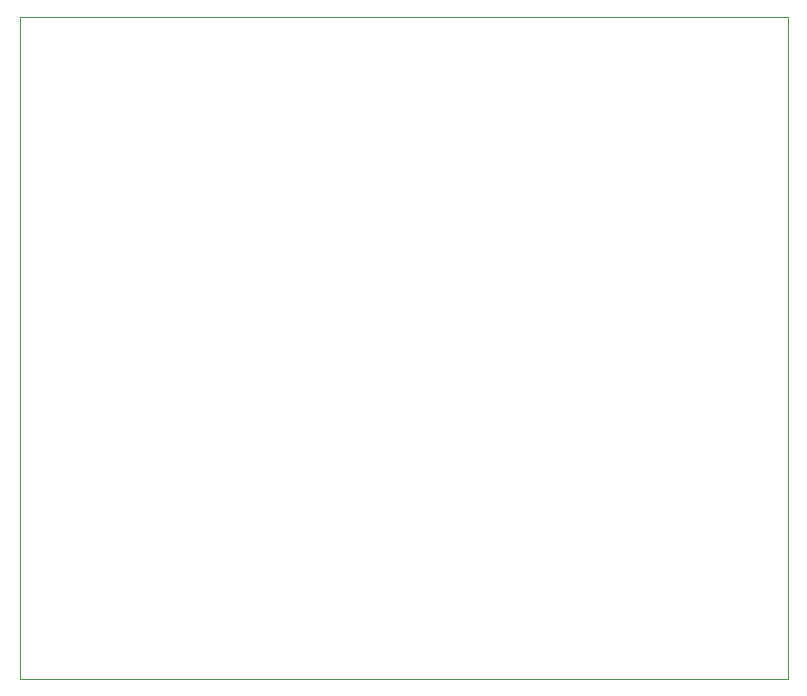
<source format=gm1>
%TF.GenerationSoftware,KiCad,Pcbnew,9.0.7*%
%TF.CreationDate,2026-02-04T14:07:26-06:00*%
%TF.ProjectId,can-hat,63616e2d-6861-4742-9e6b-696361645f70,rev?*%
%TF.SameCoordinates,Original*%
%TF.FileFunction,Profile,NP*%
%FSLAX46Y46*%
G04 Gerber Fmt 4.6, Leading zero omitted, Abs format (unit mm)*
G04 Created by KiCad (PCBNEW 9.0.7) date 2026-02-04 14:07:26*
%MOMM*%
%LPD*%
G01*
G04 APERTURE LIST*
%TA.AperFunction,Profile*%
%ADD10C,0.100000*%
%TD*%
G04 APERTURE END LIST*
D10*
X114685000Y-32570000D02*
X179685000Y-32570000D01*
X179685000Y-88570000D01*
X114685000Y-88570000D01*
X114685000Y-32570000D01*
M02*

</source>
